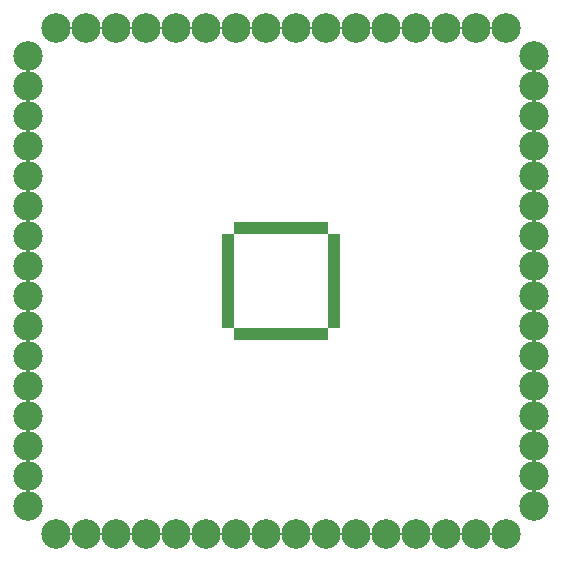
<source format=gbr>
%FSLAX34Y34*%
%MOMM*%
%LNSOLDERMASK_BOTTOM*%
G71*
G01*
%ADD10C, 2.50*%
%ADD11R, 0.50X1.00*%
%ADD12R, 1.00X0.50*%
%LPD*%
X67001Y954675D02*
G54D10*
D03*
X92401Y954675D02*
G54D10*
D03*
X117801Y954675D02*
G54D10*
D03*
X143201Y954675D02*
G54D10*
D03*
X168601Y954675D02*
G54D10*
D03*
X194001Y954675D02*
G54D10*
D03*
X219401Y954675D02*
G54D10*
D03*
X244801Y954675D02*
G54D10*
D03*
X270201Y954675D02*
G54D10*
D03*
X295601Y954675D02*
G54D10*
D03*
X321001Y954675D02*
G54D10*
D03*
X346401Y954675D02*
G54D10*
D03*
X371801Y954675D02*
G54D10*
D03*
X397201Y954675D02*
G54D10*
D03*
X422601Y954675D02*
G54D10*
D03*
X448000Y954675D02*
G54D10*
D03*
X66986Y526632D02*
G54D10*
D03*
X92386Y526632D02*
G54D10*
D03*
X117786Y526632D02*
G54D10*
D03*
X143186Y526632D02*
G54D10*
D03*
X168586Y526632D02*
G54D10*
D03*
X193986Y526632D02*
G54D10*
D03*
X219386Y526632D02*
G54D10*
D03*
X244786Y526632D02*
G54D10*
D03*
X270186Y526632D02*
G54D10*
D03*
X295586Y526632D02*
G54D10*
D03*
X320986Y526632D02*
G54D10*
D03*
X346386Y526632D02*
G54D10*
D03*
X371786Y526632D02*
G54D10*
D03*
X397186Y526632D02*
G54D10*
D03*
X422586Y526632D02*
G54D10*
D03*
X447986Y526632D02*
G54D10*
D03*
X43533Y931216D02*
G54D10*
D03*
X43533Y905816D02*
G54D10*
D03*
X43533Y880416D02*
G54D10*
D03*
X43533Y855016D02*
G54D10*
D03*
X43533Y829616D02*
G54D10*
D03*
X43533Y804216D02*
G54D10*
D03*
X43533Y778816D02*
G54D10*
D03*
X43533Y753416D02*
G54D10*
D03*
X43533Y728016D02*
G54D10*
D03*
X43533Y702616D02*
G54D10*
D03*
X43533Y677216D02*
G54D10*
D03*
X43533Y651816D02*
G54D10*
D03*
X43533Y626416D02*
G54D10*
D03*
X43533Y601016D02*
G54D10*
D03*
X43533Y575616D02*
G54D10*
D03*
X43533Y550216D02*
G54D10*
D03*
X471464Y931211D02*
G54D10*
D03*
X471464Y905811D02*
G54D10*
D03*
X471464Y880411D02*
G54D10*
D03*
X471464Y855011D02*
G54D10*
D03*
X471464Y829611D02*
G54D10*
D03*
X471464Y804211D02*
G54D10*
D03*
X471464Y778811D02*
G54D10*
D03*
X471464Y753411D02*
G54D10*
D03*
X471464Y728011D02*
G54D10*
D03*
X471464Y702611D02*
G54D10*
D03*
X471464Y677211D02*
G54D10*
D03*
X471464Y651811D02*
G54D10*
D03*
X471464Y626411D02*
G54D10*
D03*
X471464Y601011D02*
G54D10*
D03*
X471464Y575611D02*
G54D10*
D03*
X471464Y550211D02*
G54D10*
D03*
X219988Y695598D02*
G54D11*
D03*
X219988Y785598D02*
G54D11*
D03*
X224988Y695598D02*
G54D11*
D03*
X224988Y785598D02*
G54D11*
D03*
X229988Y695598D02*
G54D11*
D03*
X229988Y785598D02*
G54D11*
D03*
X234988Y695598D02*
G54D11*
D03*
X234988Y785598D02*
G54D11*
D03*
X239988Y695598D02*
G54D11*
D03*
X239988Y785598D02*
G54D11*
D03*
X244988Y695598D02*
G54D11*
D03*
X244988Y785598D02*
G54D11*
D03*
X249988Y695598D02*
G54D11*
D03*
X249988Y785598D02*
G54D11*
D03*
X254988Y695598D02*
G54D11*
D03*
X254988Y785598D02*
G54D11*
D03*
X259988Y695598D02*
G54D11*
D03*
X259988Y785598D02*
G54D11*
D03*
X264988Y695598D02*
G54D11*
D03*
X264988Y785598D02*
G54D11*
D03*
X269988Y695598D02*
G54D11*
D03*
X269988Y785598D02*
G54D11*
D03*
X274988Y695598D02*
G54D11*
D03*
X274988Y785598D02*
G54D11*
D03*
X279988Y695598D02*
G54D11*
D03*
X279988Y785598D02*
G54D11*
D03*
X284988Y695598D02*
G54D11*
D03*
X284988Y785598D02*
G54D11*
D03*
X289988Y695598D02*
G54D11*
D03*
X289988Y785598D02*
G54D11*
D03*
X294988Y695598D02*
G54D11*
D03*
X294988Y785598D02*
G54D11*
D03*
X212488Y703098D02*
G54D12*
D03*
X302488Y703098D02*
G54D12*
D03*
X212488Y708098D02*
G54D12*
D03*
X302488Y708098D02*
G54D12*
D03*
X212488Y713098D02*
G54D12*
D03*
X302488Y713098D02*
G54D12*
D03*
X212488Y718098D02*
G54D12*
D03*
X302488Y718098D02*
G54D12*
D03*
X212488Y723098D02*
G54D12*
D03*
X302488Y723098D02*
G54D12*
D03*
X212488Y728098D02*
G54D12*
D03*
X302488Y728098D02*
G54D12*
D03*
X212488Y733098D02*
G54D12*
D03*
X302488Y733098D02*
G54D12*
D03*
X212488Y738098D02*
G54D12*
D03*
X302488Y738098D02*
G54D12*
D03*
X212488Y743098D02*
G54D12*
D03*
X302488Y743098D02*
G54D12*
D03*
X212488Y748098D02*
G54D12*
D03*
X302488Y748098D02*
G54D12*
D03*
X212488Y753098D02*
G54D12*
D03*
X302488Y753098D02*
G54D12*
D03*
X212488Y758098D02*
G54D12*
D03*
X302488Y758098D02*
G54D12*
D03*
X212488Y763098D02*
G54D12*
D03*
X302488Y763098D02*
G54D12*
D03*
X212488Y768098D02*
G54D12*
D03*
X302488Y768098D02*
G54D12*
D03*
X212488Y773098D02*
G54D12*
D03*
X302488Y773098D02*
G54D12*
D03*
X212488Y778098D02*
G54D12*
D03*
X302488Y778098D02*
G54D12*
D03*
M02*

</source>
